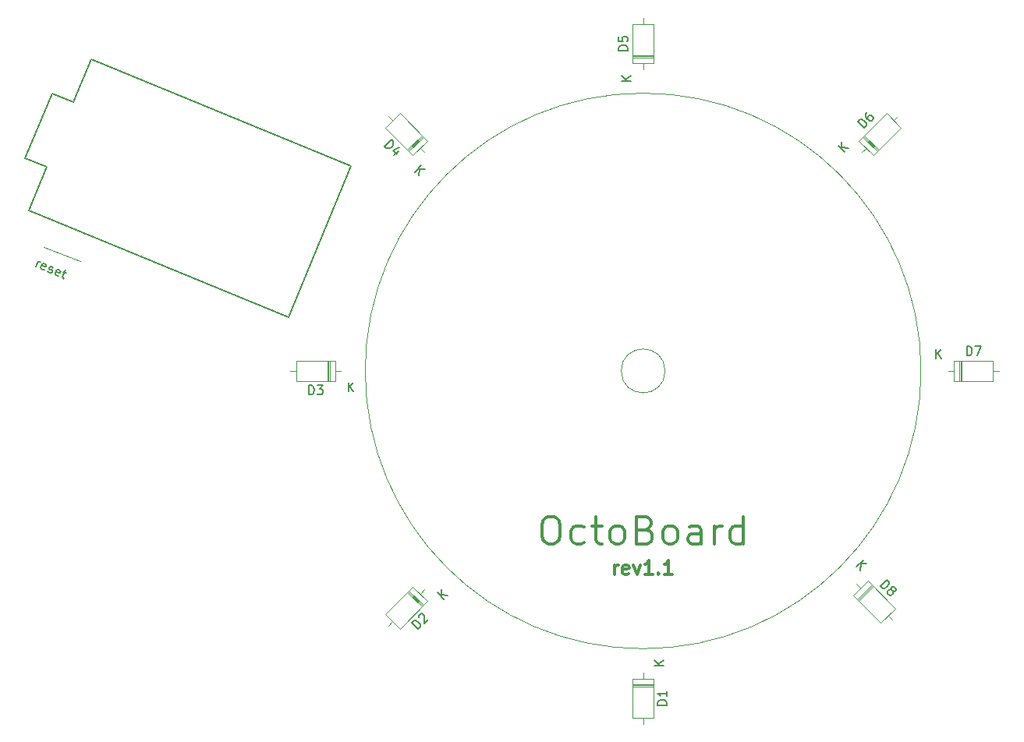
<source format=gbr>
G04 #@! TF.GenerationSoftware,KiCad,Pcbnew,(5.1.5)-3*
G04 #@! TF.CreationDate,2020-04-05T11:07:58-04:00*
G04 #@! TF.ProjectId,OctoPad,4f63746f-5061-4642-9e6b-696361645f70,rev?*
G04 #@! TF.SameCoordinates,Original*
G04 #@! TF.FileFunction,Legend,Top*
G04 #@! TF.FilePolarity,Positive*
%FSLAX46Y46*%
G04 Gerber Fmt 4.6, Leading zero omitted, Abs format (unit mm)*
G04 Created by KiCad (PCBNEW (5.1.5)-3) date 2020-04-05 11:07:58*
%MOMM*%
%LPD*%
G04 APERTURE LIST*
%ADD10C,0.120000*%
%ADD11C,0.300000*%
%ADD12C,0.150000*%
G04 APERTURE END LIST*
D10*
X94456250Y-100806250D02*
X98425000Y-102393750D01*
D11*
X156436607Y-136409821D02*
X156436607Y-135409821D01*
X156436607Y-135695535D02*
X156508035Y-135552678D01*
X156579464Y-135481250D01*
X156722321Y-135409821D01*
X156865178Y-135409821D01*
X157936607Y-136338392D02*
X157793750Y-136409821D01*
X157508035Y-136409821D01*
X157365178Y-136338392D01*
X157293750Y-136195535D01*
X157293750Y-135624107D01*
X157365178Y-135481250D01*
X157508035Y-135409821D01*
X157793750Y-135409821D01*
X157936607Y-135481250D01*
X158008035Y-135624107D01*
X158008035Y-135766964D01*
X157293750Y-135909821D01*
X158508035Y-135409821D02*
X158865178Y-136409821D01*
X159222321Y-135409821D01*
X160579464Y-136409821D02*
X159722321Y-136409821D01*
X160150892Y-136409821D02*
X160150892Y-134909821D01*
X160008035Y-135124107D01*
X159865178Y-135266964D01*
X159722321Y-135338392D01*
X161222321Y-136266964D02*
X161293750Y-136338392D01*
X161222321Y-136409821D01*
X161150892Y-136338392D01*
X161222321Y-136266964D01*
X161222321Y-136409821D01*
X162722321Y-136409821D02*
X161865178Y-136409821D01*
X162293750Y-136409821D02*
X162293750Y-134909821D01*
X162150892Y-135124107D01*
X162008035Y-135266964D01*
X161865178Y-135338392D01*
X149258035Y-130119642D02*
X149829464Y-130119642D01*
X150115178Y-130262500D01*
X150400892Y-130548214D01*
X150543750Y-131119642D01*
X150543750Y-132119642D01*
X150400892Y-132691071D01*
X150115178Y-132976785D01*
X149829464Y-133119642D01*
X149258035Y-133119642D01*
X148972321Y-132976785D01*
X148686607Y-132691071D01*
X148543750Y-132119642D01*
X148543750Y-131119642D01*
X148686607Y-130548214D01*
X148972321Y-130262500D01*
X149258035Y-130119642D01*
X153115178Y-132976785D02*
X152829464Y-133119642D01*
X152258035Y-133119642D01*
X151972321Y-132976785D01*
X151829464Y-132833928D01*
X151686607Y-132548214D01*
X151686607Y-131691071D01*
X151829464Y-131405357D01*
X151972321Y-131262500D01*
X152258035Y-131119642D01*
X152829464Y-131119642D01*
X153115178Y-131262500D01*
X153972321Y-131119642D02*
X155115178Y-131119642D01*
X154400892Y-130119642D02*
X154400892Y-132691071D01*
X154543750Y-132976785D01*
X154829464Y-133119642D01*
X155115178Y-133119642D01*
X156543750Y-133119642D02*
X156258035Y-132976785D01*
X156115178Y-132833928D01*
X155972321Y-132548214D01*
X155972321Y-131691071D01*
X156115178Y-131405357D01*
X156258035Y-131262500D01*
X156543750Y-131119642D01*
X156972321Y-131119642D01*
X157258035Y-131262500D01*
X157400892Y-131405357D01*
X157543750Y-131691071D01*
X157543750Y-132548214D01*
X157400892Y-132833928D01*
X157258035Y-132976785D01*
X156972321Y-133119642D01*
X156543750Y-133119642D01*
X159829464Y-131548214D02*
X160258035Y-131691071D01*
X160400892Y-131833928D01*
X160543750Y-132119642D01*
X160543750Y-132548214D01*
X160400892Y-132833928D01*
X160258035Y-132976785D01*
X159972321Y-133119642D01*
X158829464Y-133119642D01*
X158829464Y-130119642D01*
X159829464Y-130119642D01*
X160115178Y-130262500D01*
X160258035Y-130405357D01*
X160400892Y-130691071D01*
X160400892Y-130976785D01*
X160258035Y-131262500D01*
X160115178Y-131405357D01*
X159829464Y-131548214D01*
X158829464Y-131548214D01*
X162258035Y-133119642D02*
X161972321Y-132976785D01*
X161829464Y-132833928D01*
X161686607Y-132548214D01*
X161686607Y-131691071D01*
X161829464Y-131405357D01*
X161972321Y-131262500D01*
X162258035Y-131119642D01*
X162686607Y-131119642D01*
X162972321Y-131262500D01*
X163115178Y-131405357D01*
X163258035Y-131691071D01*
X163258035Y-132548214D01*
X163115178Y-132833928D01*
X162972321Y-132976785D01*
X162686607Y-133119642D01*
X162258035Y-133119642D01*
X165829464Y-133119642D02*
X165829464Y-131548214D01*
X165686607Y-131262500D01*
X165400892Y-131119642D01*
X164829464Y-131119642D01*
X164543750Y-131262500D01*
X165829464Y-132976785D02*
X165543750Y-133119642D01*
X164829464Y-133119642D01*
X164543750Y-132976785D01*
X164400892Y-132691071D01*
X164400892Y-132405357D01*
X164543750Y-132119642D01*
X164829464Y-131976785D01*
X165543750Y-131976785D01*
X165829464Y-131833928D01*
X167258035Y-133119642D02*
X167258035Y-131119642D01*
X167258035Y-131691071D02*
X167400892Y-131405357D01*
X167543750Y-131262500D01*
X167829464Y-131119642D01*
X168115178Y-131119642D01*
X170400892Y-133119642D02*
X170400892Y-130119642D01*
X170400892Y-132976785D02*
X170115178Y-133119642D01*
X169543750Y-133119642D01*
X169258035Y-132976785D01*
X169115178Y-132833928D01*
X168972321Y-132548214D01*
X168972321Y-131691071D01*
X169115178Y-131405357D01*
X169258035Y-131262500D01*
X169543750Y-131119642D01*
X170115178Y-131119642D01*
X170400892Y-131262500D01*
D10*
X161925000Y-114300000D02*
G75*
G03X161925000Y-114300000I-2381250J0D01*
G01*
X189716692Y-114300000D02*
G75*
G03X189716692Y-114300000I-30172942J0D01*
G01*
D12*
X92849270Y-96837444D02*
X121009118Y-108501635D01*
X94793302Y-92144136D02*
X92849270Y-96837444D01*
X92446648Y-91172120D02*
X94793302Y-92144136D01*
X95362696Y-84132158D02*
X92446648Y-91172120D01*
X97709350Y-85104173D02*
X95362696Y-84132158D01*
X99653382Y-80410865D02*
X97709350Y-85104173D01*
X127813230Y-92075056D02*
X99653382Y-80410865D01*
X121009118Y-108501635D02*
X127813230Y-92075056D01*
D10*
X184348080Y-137520411D02*
X182764161Y-139104330D01*
X184517786Y-137690117D02*
X182933867Y-139274036D01*
X184432933Y-137605264D02*
X182849014Y-139189183D01*
X186589609Y-141345859D02*
X186129989Y-140886239D01*
X182672237Y-137428487D02*
X183131856Y-137888106D01*
X186921949Y-140094280D02*
X183923816Y-137096147D01*
X185338030Y-141678199D02*
X186921949Y-140094280D01*
X182339897Y-138680066D02*
X185338030Y-141678199D01*
X183923816Y-137096147D02*
X182339897Y-138680066D01*
X193901250Y-113180000D02*
X193901250Y-115420000D01*
X194141250Y-113180000D02*
X194141250Y-115420000D01*
X194021250Y-113180000D02*
X194021250Y-115420000D01*
X198191250Y-114300000D02*
X197541250Y-114300000D01*
X192651250Y-114300000D02*
X193301250Y-114300000D01*
X197541250Y-113180000D02*
X193301250Y-113180000D01*
X197541250Y-115420000D02*
X197541250Y-113180000D01*
X193301250Y-115420000D02*
X197541250Y-115420000D01*
X193301250Y-113180000D02*
X193301250Y-115420000D01*
X183389815Y-88870016D02*
X184973734Y-90453935D01*
X183559521Y-88700310D02*
X185143440Y-90284229D01*
X183474668Y-88785163D02*
X185058587Y-90369082D01*
X187215263Y-86628487D02*
X186755643Y-87088107D01*
X183297891Y-90545859D02*
X183757510Y-90086240D01*
X185963684Y-86296147D02*
X182965551Y-89294280D01*
X187547603Y-87880066D02*
X185963684Y-86296147D01*
X184549470Y-90878199D02*
X187547603Y-87880066D01*
X182965551Y-89294280D02*
X184549470Y-90878199D01*
X158423750Y-80260000D02*
X160663750Y-80260000D01*
X158423750Y-80020000D02*
X160663750Y-80020000D01*
X158423750Y-80140000D02*
X160663750Y-80140000D01*
X159543750Y-75970000D02*
X159543750Y-76620000D01*
X159543750Y-81510000D02*
X159543750Y-80860000D01*
X158423750Y-76620000D02*
X158423750Y-80860000D01*
X160663750Y-76620000D02*
X158423750Y-76620000D01*
X160663750Y-80860000D02*
X160663750Y-76620000D01*
X158423750Y-80860000D02*
X160663750Y-80860000D01*
X134113766Y-90453935D02*
X135697685Y-88870016D01*
X133944060Y-90284229D02*
X135527979Y-88700310D01*
X134028913Y-90369082D02*
X135612832Y-88785163D01*
X131872237Y-86628487D02*
X132331857Y-87088107D01*
X135789609Y-90545859D02*
X135329990Y-90086240D01*
X131539897Y-87880066D02*
X134538030Y-90878199D01*
X133123816Y-86296147D02*
X131539897Y-87880066D01*
X136121949Y-89294280D02*
X133123816Y-86296147D01*
X134538030Y-90878199D02*
X136121949Y-89294280D01*
X125503750Y-115420000D02*
X125503750Y-113180000D01*
X125263750Y-115420000D02*
X125263750Y-113180000D01*
X125383750Y-115420000D02*
X125383750Y-113180000D01*
X121213750Y-114300000D02*
X121863750Y-114300000D01*
X126753750Y-114300000D02*
X126103750Y-114300000D01*
X121863750Y-115420000D02*
X126103750Y-115420000D01*
X121863750Y-113180000D02*
X121863750Y-115420000D01*
X126103750Y-113180000D02*
X121863750Y-113180000D01*
X126103750Y-115420000D02*
X126103750Y-113180000D01*
X135697685Y-139729984D02*
X134113766Y-138146065D01*
X135527979Y-139899690D02*
X133944060Y-138315771D01*
X135612832Y-139814837D02*
X134028913Y-138230918D01*
X131872237Y-141971513D02*
X132331857Y-141511893D01*
X135789609Y-138054141D02*
X135329990Y-138513760D01*
X133123816Y-142303853D02*
X136121949Y-139305720D01*
X131539897Y-140719934D02*
X133123816Y-142303853D01*
X134538030Y-137721801D02*
X131539897Y-140719934D01*
X136121949Y-139305720D02*
X134538030Y-137721801D01*
X160663750Y-148340000D02*
X158423750Y-148340000D01*
X160663750Y-148580000D02*
X158423750Y-148580000D01*
X160663750Y-148460000D02*
X158423750Y-148460000D01*
X159543750Y-152630000D02*
X159543750Y-151980000D01*
X159543750Y-147090000D02*
X159543750Y-147740000D01*
X160663750Y-151980000D02*
X160663750Y-147740000D01*
X158423750Y-151980000D02*
X160663750Y-151980000D01*
X158423750Y-147740000D02*
X158423750Y-151980000D01*
X160663750Y-147740000D02*
X158423750Y-147740000D01*
D12*
X93581076Y-102985862D02*
X93836198Y-102369943D01*
X93763306Y-102545920D02*
X93843746Y-102476154D01*
X93905964Y-102450383D01*
X94012175Y-102442835D01*
X94100164Y-102479281D01*
X94523178Y-103324551D02*
X94416967Y-103332100D01*
X94240990Y-103259208D01*
X94171224Y-103178767D01*
X94163676Y-103072556D01*
X94309460Y-102720602D01*
X94389901Y-102650836D01*
X94496112Y-102643288D01*
X94672089Y-102716180D01*
X94741855Y-102796620D01*
X94749403Y-102902832D01*
X94712957Y-102990820D01*
X94236568Y-102896579D01*
X94919127Y-103488559D02*
X94988892Y-103568999D01*
X95164869Y-103641891D01*
X95271081Y-103634343D01*
X95351521Y-103564577D01*
X95369744Y-103520583D01*
X95362196Y-103414372D01*
X95292430Y-103333931D01*
X95160448Y-103279262D01*
X95090682Y-103198822D01*
X95083134Y-103092610D01*
X95101357Y-103048616D01*
X95181797Y-102978851D01*
X95288009Y-102971302D01*
X95419992Y-103025971D01*
X95489757Y-103106412D01*
X96062978Y-103962357D02*
X95956766Y-103969905D01*
X95780789Y-103897013D01*
X95711024Y-103816573D01*
X95703475Y-103710361D01*
X95849259Y-103358407D01*
X95929700Y-103288642D01*
X96035911Y-103281094D01*
X96211888Y-103353986D01*
X96281654Y-103434426D01*
X96289202Y-103540638D01*
X96252756Y-103628626D01*
X95776367Y-103534384D01*
X96607837Y-103517993D02*
X96959791Y-103663777D01*
X96867381Y-103264702D02*
X96539366Y-104056599D01*
X96546915Y-104162810D01*
X96616680Y-104243251D01*
X96704669Y-104279697D01*
X185288195Y-137686075D02*
X185995301Y-136978968D01*
X186163660Y-137147327D01*
X186231004Y-137282014D01*
X186231004Y-137416701D01*
X186197332Y-137517716D01*
X186096317Y-137686075D01*
X185995301Y-137787090D01*
X185826943Y-137888106D01*
X185725927Y-137921777D01*
X185591240Y-137921777D01*
X185456553Y-137854434D01*
X185288195Y-137686075D01*
X186500378Y-138090136D02*
X186466706Y-137989121D01*
X186466706Y-137921777D01*
X186500378Y-137820762D01*
X186534050Y-137787090D01*
X186635065Y-137753418D01*
X186702408Y-137753418D01*
X186803424Y-137787090D01*
X186938111Y-137921777D01*
X186971782Y-138022793D01*
X186971782Y-138090136D01*
X186938111Y-138191151D01*
X186904439Y-138224823D01*
X186803424Y-138258495D01*
X186736080Y-138258495D01*
X186635065Y-138224823D01*
X186500378Y-138090136D01*
X186399363Y-138056464D01*
X186332019Y-138056464D01*
X186231004Y-138090136D01*
X186096317Y-138224823D01*
X186062645Y-138325838D01*
X186062645Y-138393182D01*
X186096317Y-138494197D01*
X186231004Y-138628884D01*
X186332019Y-138662556D01*
X186399363Y-138662556D01*
X186500378Y-138628884D01*
X186635065Y-138494197D01*
X186668737Y-138393182D01*
X186668737Y-138325838D01*
X186635065Y-138224823D01*
X182704561Y-135554991D02*
X183411668Y-134847884D01*
X183108622Y-135959052D02*
X183209638Y-135251945D01*
X183815729Y-135251945D02*
X183007607Y-135251945D01*
X194683154Y-112632380D02*
X194683154Y-111632380D01*
X194921250Y-111632380D01*
X195064107Y-111680000D01*
X195159345Y-111775238D01*
X195206964Y-111870476D01*
X195254583Y-112060952D01*
X195254583Y-112203809D01*
X195206964Y-112394285D01*
X195159345Y-112489523D01*
X195064107Y-112584761D01*
X194921250Y-112632380D01*
X194683154Y-112632380D01*
X195587916Y-111632380D02*
X196254583Y-111632380D01*
X195826011Y-112632380D01*
X191349345Y-112952380D02*
X191349345Y-111952380D01*
X191920773Y-112952380D02*
X191492202Y-112380952D01*
X191920773Y-111952380D02*
X191349345Y-112523809D01*
X183555479Y-87929900D02*
X182848372Y-87222794D01*
X183016731Y-87054435D01*
X183151418Y-86987091D01*
X183286105Y-86987091D01*
X183387120Y-87020763D01*
X183555479Y-87121778D01*
X183656494Y-87222794D01*
X183757510Y-87391152D01*
X183791181Y-87492168D01*
X183791181Y-87626855D01*
X183723838Y-87761542D01*
X183555479Y-87929900D01*
X183858525Y-86212641D02*
X183723838Y-86347328D01*
X183690166Y-86448343D01*
X183690166Y-86515687D01*
X183723838Y-86684045D01*
X183824853Y-86852404D01*
X184094227Y-87121778D01*
X184195242Y-87155450D01*
X184262586Y-87155450D01*
X184363601Y-87121778D01*
X184498288Y-86987091D01*
X184531960Y-86886076D01*
X184531960Y-86818732D01*
X184498288Y-86717717D01*
X184329929Y-86549358D01*
X184228914Y-86515687D01*
X184161571Y-86515687D01*
X184060555Y-86549358D01*
X183925868Y-86684045D01*
X183892197Y-86785061D01*
X183892197Y-86852404D01*
X183925868Y-86953419D01*
X181424395Y-90513534D02*
X180717288Y-89806427D01*
X181828456Y-90109473D02*
X181121349Y-90008458D01*
X181121349Y-89402366D02*
X181121349Y-90210488D01*
X157876130Y-79478095D02*
X156876130Y-79478095D01*
X156876130Y-79240000D01*
X156923750Y-79097142D01*
X157018988Y-79001904D01*
X157114226Y-78954285D01*
X157304702Y-78906666D01*
X157447559Y-78906666D01*
X157638035Y-78954285D01*
X157733273Y-79001904D01*
X157828511Y-79097142D01*
X157876130Y-79240000D01*
X157876130Y-79478095D01*
X156876130Y-78001904D02*
X156876130Y-78478095D01*
X157352321Y-78525714D01*
X157304702Y-78478095D01*
X157257083Y-78382857D01*
X157257083Y-78144761D01*
X157304702Y-78049523D01*
X157352321Y-78001904D01*
X157447559Y-77954285D01*
X157685654Y-77954285D01*
X157780892Y-78001904D01*
X157828511Y-78049523D01*
X157876130Y-78144761D01*
X157876130Y-78382857D01*
X157828511Y-78478095D01*
X157780892Y-78525714D01*
X158196130Y-82811904D02*
X157196130Y-82811904D01*
X158196130Y-82240476D02*
X157624702Y-82669047D01*
X157196130Y-82240476D02*
X157767559Y-82811904D01*
X131490063Y-89884209D02*
X132197169Y-89177102D01*
X132365528Y-89345461D01*
X132432872Y-89480148D01*
X132432872Y-89614835D01*
X132399200Y-89715850D01*
X132298185Y-89884209D01*
X132197169Y-89985224D01*
X132028811Y-90086240D01*
X131927795Y-90119911D01*
X131793108Y-90119911D01*
X131658421Y-90052568D01*
X131490063Y-89884209D01*
X132971620Y-90422957D02*
X132500215Y-90894362D01*
X133072635Y-89985224D02*
X132399200Y-90321942D01*
X132836933Y-90759675D01*
X134747131Y-92688729D02*
X135454238Y-91981622D01*
X135151192Y-93092790D02*
X135252208Y-92385683D01*
X135858299Y-92385683D02*
X135050177Y-92385683D01*
X123245654Y-116872380D02*
X123245654Y-115872380D01*
X123483750Y-115872380D01*
X123626607Y-115920000D01*
X123721845Y-116015238D01*
X123769464Y-116110476D01*
X123817083Y-116300952D01*
X123817083Y-116443809D01*
X123769464Y-116634285D01*
X123721845Y-116729523D01*
X123626607Y-116824761D01*
X123483750Y-116872380D01*
X123245654Y-116872380D01*
X124150416Y-115872380D02*
X124769464Y-115872380D01*
X124436130Y-116253333D01*
X124578988Y-116253333D01*
X124674226Y-116300952D01*
X124721845Y-116348571D01*
X124769464Y-116443809D01*
X124769464Y-116681904D01*
X124721845Y-116777142D01*
X124674226Y-116824761D01*
X124578988Y-116872380D01*
X124293273Y-116872380D01*
X124198035Y-116824761D01*
X124150416Y-116777142D01*
X127531845Y-116552380D02*
X127531845Y-115552380D01*
X128103273Y-116552380D02*
X127674702Y-115980952D01*
X128103273Y-115552380D02*
X127531845Y-116123809D01*
X135127959Y-142353686D02*
X134420852Y-141646580D01*
X134589211Y-141478221D01*
X134723898Y-141410877D01*
X134858585Y-141410877D01*
X134959600Y-141444549D01*
X135127959Y-141545564D01*
X135228974Y-141646580D01*
X135329990Y-141814938D01*
X135363661Y-141915954D01*
X135363661Y-142050641D01*
X135296318Y-142185328D01*
X135127959Y-142353686D01*
X135161631Y-141040488D02*
X135161631Y-140973144D01*
X135195302Y-140872129D01*
X135363661Y-140703770D01*
X135464677Y-140670099D01*
X135532020Y-140670099D01*
X135633035Y-140703770D01*
X135700379Y-140771114D01*
X135767722Y-140905801D01*
X135767722Y-141713923D01*
X136205455Y-141276190D01*
X137932479Y-139096618D02*
X137225372Y-138389511D01*
X138336540Y-138692557D02*
X137629433Y-138591542D01*
X137629433Y-137985450D02*
X137629433Y-138793572D01*
X162116130Y-150598095D02*
X161116130Y-150598095D01*
X161116130Y-150360000D01*
X161163750Y-150217142D01*
X161258988Y-150121904D01*
X161354226Y-150074285D01*
X161544702Y-150026666D01*
X161687559Y-150026666D01*
X161878035Y-150074285D01*
X161973273Y-150121904D01*
X162068511Y-150217142D01*
X162116130Y-150360000D01*
X162116130Y-150598095D01*
X162116130Y-149074285D02*
X162116130Y-149645714D01*
X162116130Y-149360000D02*
X161116130Y-149360000D01*
X161258988Y-149455238D01*
X161354226Y-149550476D01*
X161401845Y-149645714D01*
X161796130Y-146311904D02*
X160796130Y-146311904D01*
X161796130Y-145740476D02*
X161224702Y-146169047D01*
X160796130Y-145740476D02*
X161367559Y-146311904D01*
M02*

</source>
